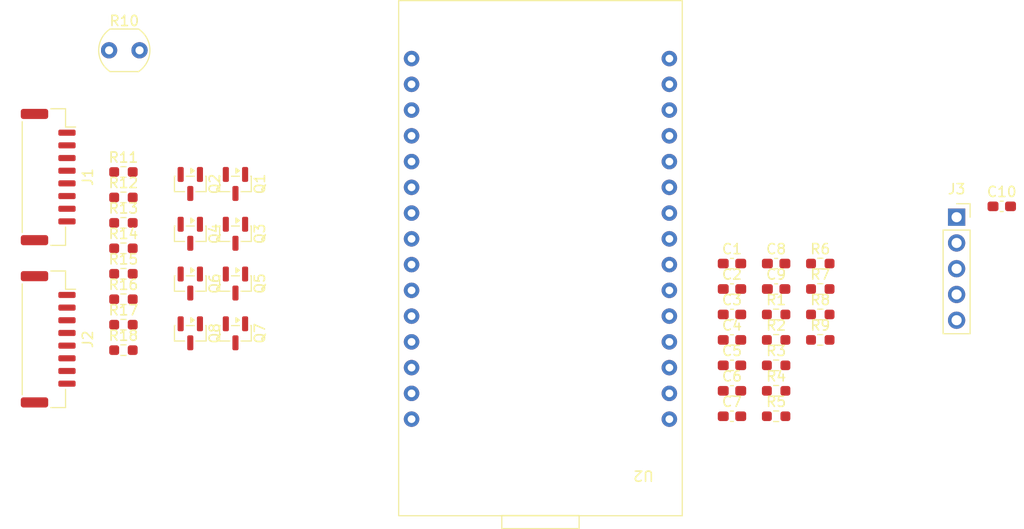
<source format=kicad_pcb>
(kicad_pcb (version 20241229) (generator "pcbnew") (generator_version "9.0")
  (layers (0 "F.Cu" signal) (2 "B.Cu" signal) (13 "F.Paste" user) (15 "B.Paste" user) (5 "F.SilkS" user "F.Silkscreen") (7 "B.SilkS" user "B.Silkscreen") (1 "F.Mask" user) (3 "B.Mask" user) (25 "Edge.Cuts" user))
  (net 0 "")
  (net 1 "Net-(Q1-B)")
  (net 2 "/EAR")
  (net 3 "GND")
  (net 4 "Net-(Q2-B)")
  (net 5 "/MER")
  (net 6 "/VEN")
  (net 7 "/MAR")
  (net 8 "Net-(Q3-B)")
  (net 9 "/URA")
  (net 10 "Net-(Q4-B)")
  (net 11 "/JUP")
  (net 12 "/NEP")
  (net 13 "Net-(Q5-B)")
  (net 14 "/SAT")
  (net 15 "Net-(Q6-B)")
  (net 16 "Net-(Q7-B)")
  (net 17 "Net-(Q8-B)")
  (net 18 "+5V")
  (net 19 "Net-(Q1-C)")
  (net 20 "Net-(Q2-C)")
  (net 21 "Net-(Q3-C)")
  (net 22 "Net-(Q4-C)")
  (net 23 "Net-(Q5-C)")
  (net 24 "Net-(Q6-C)")
  (net 25 "Net-(Q7-C)")
  (net 26 "Net-(Q8-C)")
  (net 27 "/ADC_IN_PHOTO")
  (net 29 "/OUT")
  (net 32 "/RX")
  (net 35 "/TX")
  (net 37 "/MER_B")
  (net 41 "/VEN_B")
  (net 43 "/EAR_B")
  (net 45 "/MAR_B")
  (net 49 "/JUP_B")
  (net 50 "/SAT_B")
  (net 51 "/URA_B")
  (net 52 "/NEP_B")
  (net 53 "+3.3V")
  (footprint "Resistor_SMD:R_0603_1608Metric_Pad0.98x0.95mm_HandSolder" (layer "F.Cu") (at 128.22 89.09)
    (property "Reference" "R5" (at 0 -1.43 0) (layer "F.SilkS"))
    (property "Value" "20K")
    (fp_line (start -0.254724 -0.5225) (end 0.254724 -0.5225) (stroke (width 0.12)) (layer "F.SilkS"))
    (fp_line (start -0.254724 0.5225) (end 0.254724 0.5225) (stroke (width 0.12)) (layer "F.SilkS"))
    (pad "1" smd roundrect (at -0.9125 0) (size 0.975 0.95) (layers "F.Cu" "F.Mask" "F.Paste") (net 49 "/JUP_B"))
    (pad "2" smd roundrect (at 0.9125 0) (size 0.975 0.95) (layers "F.Cu" "F.Mask" "F.Paste") (net 13 "Net-(Q5-B)"))
  )
  (footprint "Capacitor_SMD:C_0603_1608Metric_Pad1.08x0.95mm_HandSolder" (layer "F.Cu") (at 128.22 74.03)
    (property "Reference" "C8" (at 0 -1.43 0) (layer "F.SilkS"))
    (property "Value" "22uF")
    (fp_line (start -0.146267 -0.51) (end 0.146267 -0.51) (stroke (width 0.12)) (layer "F.SilkS"))
    (fp_line (start -0.146267 0.51) (end 0.146267 0.51) (stroke (width 0.12)) (layer "F.SilkS"))
    (pad "1" smd roundrect (at -0.8625 0) (size 1.075 0.95) (layers "F.Cu" "F.Mask" "F.Paste") (net 17 "Net-(Q8-B)"))
    (pad "2" smd roundrect (at 0.8625 0) (size 1.075 0.95) (layers "F.Cu" "F.Mask" "F.Paste") (net 3 "GND"))
  )
  (footprint "Resistor_SMD:R_0603_1608Metric_Pad0.98x0.95mm_HandSolder" (layer "F.Cu") (at 63.9125 77.55)
    (property "Reference" "R16" (at 0 -1.43 0) (layer "F.SilkS"))
    (property "Value" "100")
    (fp_line (start -0.254724 -0.5225) (end 0.254724 -0.5225) (stroke (width 0.12)) (layer "F.SilkS"))
    (fp_line (start -0.254724 0.5225) (end 0.254724 0.5225) (stroke (width 0.12)) (layer "F.SilkS"))
    (pad "1" smd roundrect (at -0.9125 0) (size 0.975 0.95) (layers "F.Cu" "F.Mask" "F.Paste") (net 24 "Net-(Q6-C)"))
    (pad "2" smd roundrect (at 0.9125 0) (size 0.975 0.95) (layers "F.Cu" "F.Mask" "F.Paste") (net 14 "/SAT"))
  )
  (footprint "Package_TO_SOT_SMD:SOT-23" (layer "F.Cu") (at 74.95 71.09 -90)
    (property "Reference" "Q3" (at 0 -2.4 90) (layer "F.SilkS"))
    (property "Value" "MMBT2222A")
    (fp_line (start -0.76 1.56) (end -0.76 1.51) (stroke (width 0.12)) (layer "F.SilkS"))
    (fp_line (start 0.76 1.56) (end -0.76 1.56) (stroke (width 0.12)) (layer "F.SilkS"))
    (fp_line (start 0.76 0.56) (end 0.76 1.56) (stroke (width 0.12)) (layer "F.SilkS"))
    (fp_line (start -0.76 0.39) (end -0.76 -0.39) (stroke (width 0.12)) (layer "F.SilkS"))
    (fp_line (start -0.76 -1.51) (end -0.76 -1.56) (stroke (width 0.12)) (layer "F.SilkS"))
    (fp_line (start -0.76 -1.56) (end 0.76 -1.56) (stroke (width 0.12)) (layer "F.SilkS"))
    (fp_line (start 0.76 -1.56) (end 0.76 -0.56) (stroke (width 0.12)) (layer "F.SilkS"))
    (fp_poly (pts (xy -1.3 -0.38) (xy -1.06 -0.05) (xy -1.54 -0.05)) (stroke (width 0.12)) (fill yes) (layer "F.SilkS"))
    (pad "1" smd roundrect (at -0.9375 -0.95 270) (size 1.475 0.6) (layers "F.Cu" "F.Mask" "F.Paste") (net 8 "Net-(Q3-B)"))
    (pad "2" smd roundrect (at -0.9375 0.95 270) (size 1.475 0.6) (layers "F.Cu" "F.Mask" "F.Paste") (net 3 "GND"))
    (pad "3" smd roundrect (at 0.9375 0 270) (size 1.475 0.6) (layers "F.Cu" "F.Mask" "F.Paste") (net 21 "Net-(Q3-C)"))
  )
  (footprint "Resistor_SMD:R_0603_1608Metric_Pad0.98x0.95mm_HandSolder" (layer "F.Cu") (at 128.22 86.58)
    (property "Reference" "R4" (at 0 -1.43 0) (layer "F.SilkS"))
    (property "Value" "20K")
    (fp_line (start -0.254724 -0.5225) (end 0.254724 -0.5225) (stroke (width 0.12)) (layer "F.SilkS"))
    (fp_line (start -0.254724 0.5225) (end 0.254724 0.5225) (stroke (width 0.12)) (layer "F.SilkS"))
    (pad "1" smd roundrect (at -0.9125 0) (size 0.975 0.95) (layers "F.Cu" "F.Mask" "F.Paste") (net 45 "/MAR_B"))
    (pad "2" smd roundrect (at 0.9125 0) (size 0.975 0.95) (layers "F.Cu" "F.Mask" "F.Paste") (net 10 "Net-(Q4-B)"))
  )
  (footprint "Package_TO_SOT_SMD:SOT-23" (layer "F.Cu") (at 70.5 71.09 -90)
    (property "Reference" "Q4" (at 0 -2.4 90) (layer "F.SilkS"))
    (property "Value" "MMBT2222A")
    (fp_line (start -0.76 1.56) (end -0.76 1.51) (stroke (width 0.12)) (layer "F.SilkS"))
    (fp_line (start 0.76 1.56) (end -0.76 1.56) (stroke (width 0.12)) (layer "F.SilkS"))
    (fp_line (start 0.76 0.56) (end 0.76 1.56) (stroke (width 0.12)) (layer "F.SilkS"))
    (fp_line (start -0.76 0.39) (end -0.76 -0.39) (stroke (width 0.12)) (layer "F.SilkS"))
    (fp_line (start -0.76 -1.51) (end -0.76 -1.56) (stroke (width 0.12)) (layer "F.SilkS"))
    (fp_line (start -0.76 -1.56) (end 0.76 -1.56) (stroke (width 0.12)) (layer "F.SilkS"))
    (fp_line (start 0.76 -1.56) (end 0.76 -0.56) (stroke (width 0.12)) (layer "F.SilkS"))
    (fp_poly (pts (xy -1.3 -0.38) (xy -1.06 -0.05) (xy -1.54 -0.05)) (stroke (width 0.12)) (fill yes) (layer "F.SilkS"))
    (pad "1" smd roundrect (at -0.9375 -0.95 270) (size 1.475 0.6) (layers "F.Cu" "F.Mask" "F.Paste") (net 10 "Net-(Q4-B)"))
    (pad "2" smd roundrect (at -0.9375 0.95 270) (size 1.475 0.6) (layers "F.Cu" "F.Mask" "F.Paste") (net 3 "GND"))
    (pad "3" smd roundrect (at 0.9375 0 270) (size 1.475 0.6) (layers "F.Cu" "F.Mask" "F.Paste") (net 22 "Net-(Q4-C)"))
  )
  (footprint "Resistor_SMD:R_0603_1608Metric_Pad0.98x0.95mm_HandSolder" (layer "F.Cu") (at 63.9125 75.04)
    (property "Reference" "R15" (at 0 -1.43 0) (layer "F.SilkS"))
    (property "Value" "100")
    (fp_line (start -0.254724 -0.5225) (end 0.254724 -0.5225) (stroke (width 0.12)) (layer "F.SilkS"))
    (fp_line (start -0.254724 0.5225) (end 0.254724 0.5225) (stroke (width 0.12)) (layer "F.SilkS"))
    (pad "1" smd roundrect (at -0.9125 0) (size 0.975 0.95) (layers "F.Cu" "F.Mask" "F.Paste") (net 23 "Net-(Q5-C)"))
    (pad "2" smd roundrect (at 0.9125 0) (size 0.975 0.95) (layers "F.Cu" "F.Mask" "F.Paste") (net 11 "/JUP"))
  )
  (footprint "Package_TO_SOT_SMD:SOT-23" (layer "F.Cu") (at 74.95 76 -90)
    (property "Reference" "Q5" (at 0 -2.4 90) (layer "F.SilkS"))
    (property "Value" "MMBT2222A")
    (fp_line (start -0.76 1.56) (end -0.76 1.51) (stroke (width 0.12)) (layer "F.SilkS"))
    (fp_line (start 0.76 1.56) (end -0.76 1.56) (stroke (width 0.12)) (layer "F.SilkS"))
    (fp_line (start 0.76 0.56) (end 0.76 1.56) (stroke (width 0.12)) (layer "F.SilkS"))
    (fp_line (start -0.76 0.39) (end -0.76 -0.39) (stroke (width 0.12)) (layer "F.SilkS"))
    (fp_line (start -0.76 -1.51) (end -0.76 -1.56) (stroke (width 0.12)) (layer "F.SilkS"))
    (fp_line (start -0.76 -1.56) (end 0.76 -1.56) (stroke (width 0.12)) (layer "F.SilkS"))
    (fp_line (start 0.76 -1.56) (end 0.76 -0.56) (stroke (width 0.12)) (layer "F.SilkS"))
    (fp_poly (pts (xy -1.3 -0.38) (xy -1.06 -0.05) (xy -1.54 -0.05)) (stroke (width 0.12)) (fill yes) (layer "F.SilkS"))
    (pad "1" smd roundrect (at -0.9375 -0.95 270) (size 1.475 0.6) (layers "F.Cu" "F.Mask" "F.Paste") (net 13 "Net-(Q5-B)"))
    (pad "2" smd roundrect (at -0.9375 0.95 270) (size 1.475 0.6) (layers "F.Cu" "F.Mask" "F.Paste") (net 3 "GND"))
    (pad "3" smd roundrect (at 0.9375 0 270) (size 1.475 0.6) (layers "F.Cu" "F.Mask" "F.Paste") (net 23 "Net-(Q5-C)"))
  )
  (footprint "Connector_PinSocket_2.54mm:PinSocket_1x05_P2.54mm_Vertical" (layer "F.Cu") (at 146 69.46)
    (property "Reference" "J3" (at 0 -2.77 0) (layer "F.SilkS"))
    (property "Value" "Conn_01x05")
    (fp_line (start -1.33 1.27) (end -1.33 11.49) (stroke (width 0.12)) (layer "F.SilkS"))
    (fp_line (start -1.33 1.27) (end 1.33 1.27) (stroke (width 0.12)) (layer "F.SilkS"))
    (fp_line (start -1.33 11.49) (end 1.33 11.49) (stroke (width 0.12)) (layer "F.SilkS"))
    (fp_line (start 0 -1.33) (end 1.33 -1.33) (stroke (width 0.12)) (layer "F.SilkS"))
    (fp_line (start 1.33 -1.33) (end 1.33 0) (stroke (width 0.12)) (layer "F.SilkS"))
    (fp_line (start 1.33 1.27) (end 1.33 11.49) (stroke (width 0.12)) (layer "F.SilkS"))
    (pad "1" thru_hole rect (at 0 0) (size 1.7 1.7) (drill 1) (layers "*.Cu" "*.Mask") (net 35 "/TX"))
    (pad "2" thru_hole circle (at 0 2.54) (size 1.7 1.7) (drill 1) (layers "*.Cu" "*.Mask") (net 32 "/RX"))
    (pad "3" thru_hole circle (at 0 5.08) (size 1.7 1.7) (drill 1) (layers "*.Cu" "*.Mask") (net 29 "/OUT"))
    (pad "4" thru_hole circle (at 0 7.62) (size 1.7 1.7) (drill 1) (layers "*.Cu" "*.Mask") (net 3 "GND"))
    (pad "5" thru_hole circle (at 0 10.16) (size 1.7 1.7) (drill 1) (layers "*.Cu" "*.Mask") (net 18 "+5V"))
  )
  (footprint "Resistor_SMD:R_0603_1608Metric_Pad0.98x0.95mm_HandSolder" (layer "F.Cu") (at 132.57 74.03)
    (property "Reference" "R6" (at 0 -1.43 0) (layer "F.SilkS"))
    (property "Value" "20K")
    (fp_line (start -0.254724 -0.5225) (end 0.254724 -0.5225) (stroke (width 0.12)) (layer "F.SilkS"))
    (fp_line (start -0.254724 0.5225) (end 0.254724 0.5225) (stroke (width 0.12)) (layer "F.SilkS"))
    (pad "1" smd roundrect (at -0.9125 0) (size 0.975 0.95) (layers "F.Cu" "F.Mask" "F.Paste") (net 50 "/SAT_B"))
    (pad "2" smd roundrect (at 0.9125 0) (size 0.975 0.95) (layers "F.Cu" "F.Mask" "F.Paste") (net 15 "Net-(Q6-B)"))
  )
  (footprint "Resistor_SMD:R_0603_1608Metric_Pad0.98x0.95mm_HandSolder" (layer "F.Cu") (at 128.22 84.07)
    (property "Reference" "R3" (at 0 -1.43 0) (layer "F.SilkS"))
    (property "Value" "20K")
    (fp_line (start -0.254724 -0.5225) (end 0.254724 -0.5225) (stroke (width 0.12)) (layer "F.SilkS"))
    (fp_line (start -0.254724 0.5225) (end 0.254724 0.5225) (stroke (width 0.12)) (layer "F.SilkS"))
    (pad "1" smd roundrect (at -0.9125 0) (size 0.975 0.95) (layers "F.Cu" "F.Mask" "F.Paste") (net 43 "/EAR_B"))
    (pad "2" smd roundrect (at 0.9125 0) (size 0.975 0.95) (layers "F.Cu" "F.Mask" "F.Paste") (net 8 "Net-(Q3-B)"))
  )
  (footprint "Resistor_SMD:R_0603_1608Metric_Pad0.98x0.95mm_HandSolder" (layer "F.Cu") (at 132.57 76.54)
    (property "Reference" "R7" (at 0 -1.43 0) (layer "F.SilkS"))
    (property "Value" "20K")
    (fp_line (start -0.254724 -0.5225) (end 0.254724 -0.5225) (stroke (width 0.12)) (layer "F.SilkS"))
    (fp_line (start -0.254724 0.5225) (end 0.254724 0.5225) (stroke (width 0.12)) (layer "F.SilkS"))
    (pad "1" smd roundrect (at -0.9125 0) (size 0.975 0.95) (layers "F.Cu" "F.Mask" "F.Paste") (net 51 "/URA_B"))
    (pad "2" smd roundrect (at 0.9125 0) (size 0.975 0.95) (layers "F.Cu" "F.Mask" "F.Paste") (net 16 "Net-(Q7-B)"))
  )
  (footprint "Resistor_SMD:R_0603_1608Metric_Pad0.98x0.95mm_HandSolder" (layer "F.Cu") (at 128.22 79.05)
    (property "Reference" "R1" (at 0 -1.43 0) (layer "F.SilkS"))
    (property "Value" "20K")
    (fp_line (start -0.254724 -0.5225) (end 0.254724 -0.5225) (stroke (width 0.12)) (layer "F.SilkS"))
    (fp_line (start -0.254724 0.5225) (end 0.254724 0.5225) (stroke (width 0.12)) (layer "F.SilkS"))
    (pad "1" smd roundrect (at -0.9125 0) (size 0.975 0.95) (layers "F.Cu" "F.Mask" "F.Paste") (net 37 "/MER_B"))
    (pad "2" smd roundrect (at 0.9125 0) (size 0.975 0.95) (layers "F.Cu" "F.Mask" "F.Paste") (net 1 "Net-(Q1-B)"))
  )
  (footprint "Capacitor_SMD:C_0603_1608Metric_Pad1.08x0.95mm_HandSolder" (layer "F.Cu") (at 123.87 74.03)
    (property "Reference" "C1" (at 0 -1.43 0) (layer "F.SilkS"))
    (property "Value" "22uF")
    (fp_line (start -0.146267 -0.51) (end 0.146267 -0.51) (stroke (width 0.12)) (layer "F.SilkS"))
    (fp_line (start -0.146267 0.51) (end 0.146267 0.51) (stroke (width 0.12)) (layer "F.SilkS"))
    (pad "1" smd roundrect (at -0.8625 0) (size 1.075 0.95) (layers "F.Cu" "F.Mask" "F.Paste") (net 1 "Net-(Q1-B)"))
    (pad "2" smd roundrect (at 0.8625 0) (size 1.075 0.95) (layers "F.Cu" "F.Mask" "F.Paste") (net 3 "GND"))
  )
  (footprint "Resistor_SMD:R_0603_1608Metric_Pad0.98x0.95mm_HandSolder" (layer "F.Cu") (at 63.9125 72.53)
    (property "Reference" "R14" (at 0 -1.43 0) (layer "F.SilkS"))
    (property "Value" "100")
    (fp_line (start -0.254724 -0.5225) (end 0.254724 -0.5225) (stroke (width 0.12)) (layer "F.SilkS"))
    (fp_line (start -0.254724 0.5225) (end 0.254724 0.5225) (stroke (width 0.12)) (layer "F.SilkS"))
    (pad "1" smd roundrect (at -0.9125 0) (size 0.975 0.95) (layers "F.Cu" "F.Mask" "F.Paste") (net 22 "Net-(Q4-C)"))
    (pad "2" smd roundrect (at 0.9125 0) (size 0.975 0.95) (layers "F.Cu" "F.Mask" "F.Paste") (net 7 "/MAR"))
  )
  (footprint "Connector_JST:JST_GH_SM08B-GHS-TB_1x08-1MP_P1.25mm_Horizontal" (layer "F.Cu") (at 56.5 65.5 -90)
    (property "Reference" "J1" (at 0 -3.9 90) (layer "F.SilkS"))
    (property "Value" "SM08B-GHS-TB")
    (fp_line (start -5.465 2.56) (end 5.465 2.56) (stroke (width 0.12)) (layer "F.SilkS"))
    (fp_line (start -6.735 -0.26) (end -6.735 -1.71) (stroke (width 0.12)) (layer "F.SilkS"))
    (fp_line (start 6.735 -0.26) (end 6.735 -1.71) (stroke (width 0.12)) (layer "F.SilkS"))
    (fp_line (start -6.735 -1.71) (end -4.935 -1.71) (stroke (width 0.12)) (layer "F.SilkS"))
    (fp_line (start -4.935 -1.71) (end -4.935 -2.7) (stroke (width 0.12)) (layer "F.SilkS"))
    (fp_line (start 6.735 -1.71) (end 4.935 -1.71) (stroke (width 0.12)) (layer "F.SilkS"))
    (pad "1" smd roundrect (at -4.375 -1.85 270) (size 0.6 1.7) (layers "F.Cu" "F.Mask" "F.Paste") (net 18 "+5V"))
    (pad "2" smd roundrect (at -3.125 -1.85 270) (size 0.6 1.7) (layers "F.Cu" "F.Mask" "F.Paste") (net 5 "/MER"))
    (pad "3" smd roundrect (at -1.875 -1.85 270) (size 0.6 1.7) (layers "F.Cu" "F.Mask" "F.Paste") (net 18 "+5V"))
    (pad "4" smd roundrect (at -0.625 -1.85 270) (size 0.6 1.7) (layers "F.Cu" "F.Mask" "F.Paste") (net 6 "/VEN"))
    (pad "5" smd roundrect (at 0.625 -1.85 270) (size 0.6 1.7) (layers "F.Cu" "F.Mask" "F.Paste") (net 18 "+5V"))
    (pad "6" smd roundrect (at 1.875 -1.85 270) (size 0.6 1.7) (layers "F.Cu" "F.Mask" "F.Paste") (net 2 "/EAR"))
    (pad "7" smd roundrect (at 3.125 -1.85 270) (size 0.6 1.7) (layers "F.Cu" "F.Mask" "F.Paste") (net 18 "+5V"))
    (pad "8" smd roundrect (at 4.375 -1.85 270) (size 0.6 1.7) (layers "F.Cu" "F.Mask" "F.Paste") (net 7 "/MAR"))
    (pad "MP" smd roundrect (at -6.225 1.35 270) (size 1 2.7) (layers "F.Cu" "F.Mask" "F.Paste"))
    (pad "MP" smd roundrect (at 6.225 1.35 270) (size 1 2.7) (layers "F.Cu" "F.Mask" "F.Paste"))
  )
  (footprint "Capacitor_SMD:C_0603_1608Metric_Pad1.08x0.95mm_HandSolder" (layer "F.Cu") (at 128.22 76.54)
    (property "Reference" "C9" (at 0 -1.43 0) (layer "F.SilkS"))
    (property "Value" "22uF")
    (fp_line (start -0.146267 -0.51) (end 0.146267 -0.51) (stroke (width 0.12)) (layer "F.SilkS"))
    (fp_line (start -0.146267 0.51) (end 0.146267 0.51) (stroke (width 0.12)) (layer "F.SilkS"))
    (pad "1" smd roundrect (at -0.8625 0) (size 1.075 0.95) (layers "F.Cu" "F.Mask" "F.Paste") (net 18 "+5V"))
    (pad "2" smd roundrect (at 0.8625 0) (size 1.075 0.95) (layers "F.Cu" "F.Mask" "F.Paste") (net 3 "GND"))
  )
  (footprint "Resistor_SMD:R_0603_1608Metric_Pad0.98x0.95mm_HandSolder" (layer "F.Cu") (at 63.9125 70.02)
    (property "Reference" "R13" (at 0 -1.43 0) (layer "F.SilkS"))
    (property "Value" "100")
    (fp_line (start -0.254724 -0.5225) (end 0.254724 -0.5225) (stroke (width 0.12)) (layer "F.SilkS"))
    (fp_line (start -0.254724 0.5225) (end 0.254724 0.5225) (stroke (width 0.12)) (layer "F.SilkS"))
    (pad "1" smd roundrect (at -0.9125 0) (size 0.975 0.95) (layers "F.Cu" "F.Mask" "F.Paste") (net 21 "Net-(Q3-C)"))
    (pad "2" smd roundrect (at 0.9125 0) (size 0.975 0.95) (layers "F.Cu" "F.Mask" "F.Paste") (net 2 "/EAR"))
  )
  (footprint "Resistor_SMD:R_0603_1608Metric_Pad0.98x0.95mm_HandSolder" (layer "F.Cu") (at 128.22 81.56)
    (property "Reference" "R2" (at 0 -1.43 0) (layer "F.SilkS"))
    (property "Value" "20K")
    (fp_line (start -0.254724 -0.5225) (end 0.254724 -0.5225) (stroke (width 0.12)) (layer "F.SilkS"))
    (fp_line (start -0.254724 0.5225) (end 0.254724 0.5225) (stroke (width 0.12)) (layer "F.SilkS"))
    (pad "1" smd roundrect (at -0.9125 0) (size 0.975 0.95) (layers "F.Cu" "F.Mask" "F.Paste") (net 41 "/VEN_B"))
    (pad "2" smd roundrect (at 0.9125 0) (size 0.975 0.95) (layers "F.Cu" "F.Mask" "F.Paste") (net 4 "Net-(Q2-B)"))
  )
  (footprint "Resistor_SMD:R_0603_1608Metric_Pad0.98x0.95mm_HandSolder" (layer "F.Cu") (at 63.9125 67.51)
    (property "Reference" "R12" (at 0 -1.43 0) (layer "F.SilkS"))
    (property "Value" "100")
    (fp_line (start -0.254724 -0.5225) (end 0.254724 -0.5225) (stroke (width 0.12)) (layer "F.SilkS"))
    (fp_line (start -0.254724 0.5225) (end 0.254724 0.5225) (stroke (width 0.12)) (layer "F.SilkS"))
    (pad "1" smd roundrect (at -0.9125 0) (size 0.975 0.95) (layers "F.Cu" "F.Mask" "F.Paste") (net 20 "Net-(Q2-C)"))
    (pad "2" smd roundrect (at 0.9125 0) (size 0.975 0.95) (layers "F.Cu" "F.Mask" "F.Paste") (net 6 "/VEN"))
  )
  (footprint "Connector_JST:JST_GH_SM08B-GHS-TB_1x08-1MP_P1.25mm_Horizontal" (layer "F.Cu") (at 56.5 81.5 -90)
    (property "Reference" "J2" (at 0 -3.9 90) (layer "F.SilkS"))
    (property "Value" "SM08B-GHS-TB")
    (fp_line (start -5.465 2.56) (end 5.465 2.56) (stroke (width 0.12)) (layer "F.SilkS"))
    (fp_line (start -6.735 -0.26) (end -6.735 -1.71) (stroke (width 0.12)) (layer "F.SilkS"))
    (fp_line (start 6.735 -0.26) (end 6.735 -1.71) (stroke (width 0.12)) (layer "F.SilkS"))
    (fp_line (start -6.735 -1.71) (end -4.935 -1.71) (stroke (width 0.12)) (layer "F.SilkS"))
    (fp_line (start -4.935 -1.71) (end -4.935 -2.7) (stroke (width 0.12)) (layer "F.SilkS"))
    (fp_line (start 6.735 -1.71) (end 4.935 -1.71) (stroke (width 0.12)) (layer "F.SilkS"))
    (pad "1" smd roundrect (at -4.375 -1.85 270) (size 0.6 1.7) (layers "F.Cu" "F.Mask" "F.Paste") (net 18 "+5V"))
    (pad "2" smd roundrect (at -3.125 -1.85 270) (size 0.6 1.7) (layers "F.Cu" "F.Mask" "F.Paste") (net 11 "/JUP"))
    (pad "3" smd roundrect (at -1.875 -1.85 270) (size 0.6 1.7) (layers "F.Cu" "F.Mask" "F.Paste") (net 18 "+5V"))
    (pad "4" smd roundrect (at -0.625 -1.85 270) (size 0.6 1.7) (layers "F.Cu" "F.Mask" "F.Paste") (net 14 "/SAT"))
    (pad "5" smd roundrect (at 0.625 -1.85 270) (size 0.6 1.7) (layers "F.Cu" "F.Mask" "F.Paste") (net 18 "+5V"))
    (pad "6" smd roundrect (at 1.875 -1.85 270) (size 0.6 1.7) (layers "F.Cu" "F.Mask" "F.Paste") (net 9 "/URA"))
    (pad "7" smd roundrect (at 3.125 -1.85 270) (size 0.6 1.7) (layers "F.Cu" "F.Mask" "F.Paste") (net 18 "+5V"))
    (pad "8" smd roundrect (at 4.375 -1.85 270) (size 0.6 1.7) (layers "F.Cu" "F.Mask" "F.Paste") (net 12 "/NEP"))
    (pad "MP" smd roundrect (at -6.225 1.35 270) (size 1 2.7) (layers "F.Cu" "F.Mask" "F.Paste"))
    (pad "MP" smd roundrect (at 6.225 1.35 270) (size 1 2.7) (layers "F.Cu" "F.Mask" "F.Paste"))
  )
  (footprint "Package_TO_SOT_SMD:SOT-23" (layer "F.Cu") (at 70.5 76 -90)
    (property "Reference" "Q6" (at 0 -2.4 90) (layer "F.SilkS"))
    (property "Value" "MMBT2222A")
    (fp_line (start -0.76 1.56) (end -0.76 1.51) (stroke (width 0.12)) (layer "F.SilkS"))
    (fp_line (start 0.76 1.56) (end -0.76 1.56) (stroke (width 0.12)) (layer "F.SilkS"))
    (fp_line (start 0.76 0.56) (end 0.76 1.56) (stroke (width 0.12)) (layer "F.SilkS"))
    (fp_line (start -0.76 0.39) (end -0.76 -0.39) (stroke (width 0.12)) (layer "F.SilkS"))
    (fp_line (start -0.76 -1.51) (end -0.76 -1.56) (stroke (width 0.12)) (layer "F.SilkS"))
    (fp_line (start -0.76 -1.56) (end 0.76 -1.56) (stroke (width 0.12)) (layer "F.SilkS"))
    (fp_line (start 0.76 -1.56) (end 0.76 -0.56) (stroke (width 0.12)) (layer "F.SilkS"))
    (fp_poly (pts (xy -1.3 -0.38) (xy -1.06 -0.05) (xy -1.54 -0.05)) (stroke (width 0.12)) (fill yes) (layer "F.SilkS"))
    (pad "1" smd roundrect (at -0.9375 -0.95 270) (size 1.475 0.6) (layers "F.Cu" "F.Mask" "F.Paste") (net 15 "Net-(Q6-B)"))
    (pad "2" smd roundrect (at -0.9375 0.95 270) (size 1.475 0.6) (layers "F.Cu" "F.Mask" "F.Paste") (net 3 "GND"))
    (pad "3" smd roundrect (at 0.9375 0 270) (size 1.475 0.6) (layers "F.Cu" "F.Mask" "F.Paste") (net 24 "Net-(Q6-C)"))
  )
  (footprint "Capacitor_SMD:C_0603_1608Metric_Pad1.08x0.95mm_HandSolder" (layer "F.Cu") (at 123.87 84.07)
    (property "Reference" "C5" (at 0 -1.43 0) (layer "F.SilkS"))
    (property "Value" "22uF")
    (fp_line (start -0.146267 -0.51) (end 0.146267 -0.51) (stroke (width 0.12)) (layer "F.SilkS"))
    (fp_line (start -0.146267 0.51) (end 0.146267 0.51) (stroke (width 0.12)) (layer "F.SilkS"))
    (pad "1" smd roundrect (at -0.8625 0) (size 1.075 0.95) (layers "F.Cu" "F.Mask" "F.Paste") (net 13 "Net-(Q5-B)"))
    (pad "2" smd roundrect (at 0.8625 0) (size 1.075 0.95) (layers "F.Cu" "F.Mask" "F.Paste") (net 3 "GND"))
  )
  (footprint "Capacitor_SMD:C_0603_1608Metric_Pad1.08x0.95mm_HandSolder" (layer "F.Cu") (at 123.87 81.56)
    (property "Reference" "C4" (at 0 -1.43 0) (layer "F.SilkS"))
    (property "Value" "22uF")
    (fp_line (start -0.146267 -0.51) (end 0.146267 -0.51) (stroke (width 0.12)) (layer "F.SilkS"))
    (fp_line (start -0.146267 0.51) (end 0.146267 0.51) (stroke (width 0.12)) (layer "F.SilkS"))
    (pad "1" smd roundrect (at -0.8625 0) (size 1.075 0.95) (layers "F.Cu" "F.Mask" "F.Paste") (net 10 "Net-(Q4-B)"))
    (pad "2" smd roundrect (at 0.8625 0) (size 1.075 0.95) (layers "F.Cu" "F.Mask" "F.Paste") (net 3 "GND"))
  )
  (footprint "Capacitor_SMD:C_0603_1608Metric_Pad1.08x0.95mm_HandSolder" (layer "F.Cu") (at 123.87 79.05)
    (property "Reference" "C3" (at 0 -1.43 0) (layer "F.SilkS"))
    (property "Value" "22uF")
    (fp_line (start -0.146267 -0.51) (end 0.146267 -0.51) (stroke (width 0.12)) (layer "F.SilkS"))
    (fp_line (start -0.146267 0.51) (end 0.146267 0.51) (stroke (width 0.12)) (layer "F.SilkS"))
    (pad "1" smd roundrect (at -0.8625 0) (size 1.075 0.95) (layers "F.Cu" "F.Mask" "F.Paste") (net 8 "Net-(Q3-B)"))
    (pad "2" smd roundrect (at 0.8625 0) (size 1.075 0.95) (layers "F.Cu" "F.Mask" "F.Paste") (net 3 "GND"))
  )
  (footprint "Resistor_SMD:R_0603_1608Metric_Pad0.98x0.95mm_HandSolder" (layer "F.Cu") (at 63.9125 65)
    (property "Reference" "R11" (at 0 -1.43 0) (layer "F.SilkS"))
    (property "Value" "100")
    (fp_line (start -0.254724 -0.5225) (end 0.254724 -0.5225) (stroke (width 0.12)) (layer "F.SilkS"))
    (fp_line (start -0.254724 0.5225) (end 0.254724 0.5225) (stroke (width 0.12)) (layer "F.SilkS"))
    (pad "1" smd roundrect (at -0.9125 0) (size 0.975 0.95) (layers "F.Cu" "F.Mask" "F.Paste") (net 19 "Net-(Q1-C)"))
    (pad "2" smd roundrect (at 0.9125 0) (size 0.975 0.95) (layers "F.Cu" "F.Mask" "F.Paste") (net 5 "/MER"))
  )
  (footprint "jannett_footprints:ESP32_MODULE" (layer "F.Cu") (at 105 73.5 180)
    (property "Reference" "U2" (at -10.16 -21.455 180) (layer "F.SilkS"))
    (property "Value" "ESP32 Module")
    (fp_rect (start -3.81 -26.67) (end 3.81 -25.3746) (stroke (width 0.12)) (fill no) (layer "F.SilkS"))
    (fp_rect (start -13.97 -25.4) (end 13.97 25.4) (stroke (width 0.12)) (fill no) (layer "F.SilkS"))
    (pad "1" thru_hole circle (at -12.7 -15.875 180) (size 1.524 1.524) (drill 0.762) (layers "*.Cu" "*.Mask") (net 53 "+3.3V"))
    (pad "2" thru_hole circle (at -12.7 -13.335 180) (size 1.524 1.524) (drill 0.762) (layers "*.Cu" "*.Mask") (net 3 "GND"))
    (pad "3" thru_hole circle (at -12.7 -10.795 180) (size 1.524 1.524) (drill 0.762) (layers "*.Cu" "*.Mask"))
    (pad "4" thru_hole circle (at -12.7 -8.255 180) (size 1.524 1.524) (drill 0.762) (layers "*.Cu" "*.Mask"))
    (pad "5" thru_hole circle (at -12.7 -5.715 180) (size 1.524 1.524) (drill 0.762) (layers "*.Cu" "*.Mask"))
    (pad "6" thru_hole circle (at -12.7 -3.175 180) (size 1.524 1.524) (drill 0.762) (layers "*.Cu" "*.Mask") (net 35 "/TX"))
    (pad "7" thru_hole circle (at -12.7 -0.635 180) (size 1.524 1.524) (drill 0.762) (layers "*.Cu" "*.Mask") (net 32 "/RX"))
    (pad "8" thru_hole circle (at -12.7 1.905 180) (size 1.524 1.524) (drill 0.762) (layers "*.Cu" "*.Mask") (net 29 "/OUT"))
    (pad "9" thru_hole circle (at -12.7 4.445 180) (size 1.524 1.524) (drill 0.762) (layers "*.Cu" "*.Mask"))
    (pad "10" thru_hole circle (at -12.7 6.985 180) (size 1.524 1.524) (drill 0.762) (layers "*.Cu" "*.Mask"))
    (pad "11" thru_hole circle (at -12.7 9.525 180) (size 1.524 1.524) (drill 0.762) (layers "*.Cu" "*.Mask"))
    (pad "12" thru_hole circle (at -12.7 12.065 180) (size 1.524 1.524) (drill 0.762) (layers "*.Cu" "*.Mask"))
    (pad "13" thru_hole circle (at -12.7 14.605 180) (size 1.524 1.524) (drill 0.762) (layers "*.Cu" "*.Mask"))
    (pad "14" thru_hole circle (at -12.7 17.145 180) (size 1.524 1.524) (drill 0.762) (layers "*.Cu" "*.Mask"))
    (pad "15" thru_hole circle (at -12.7 19.685 180) (size 1.524 1.524) (drill 0.762) (layers "*.Cu" "*.Mask"))
    (pad "16" thru_hole circle (at 12.7 19.685 180) (size 1.524 1.524) (drill 0.762) (layers "*.Cu" "*.Mask"))
    (pad "17" thru_hole circle (at 12.7 17.145 180) (size 1.524 1.524) (drill 0.762) (layers "*.Cu" "*.Mask"))
    (pad "18" thru_hole circle (at 12.7 14.605 180) (size 1.524 1.524) (drill 0.762) (layers "*.Cu" "*.Mask"))
    (pad "19" thru_hole circle (at 12.7 12.065 180) (size 1.524 1.524) (drill 0.762) (layers "*.Cu" "*.Mask") (net 27 "/ADC_IN_PHOTO"))
    (pad "20" thru_hole circle (at 12.7 9.525 180) (size 1.524 1.524) (drill 0.762) (layers "*.Cu" "*.Mask"))
    (pad "21" thru_hole circle (at 12.7 6.985 180) (size 1.524 1.524) (drill 0.762) (layers "*.Cu" "*.Mask") (net 37 "/MER_B"))
    (pad "22" thru_hole circle (at 12.7 4.445 180) (size 1.524 1.524) (drill 0.762) (layers "*.Cu" "*.Mask") (net 41 "/VEN_B"))
    (pad "23" thru_hole circle (at 12.7 1.905 180) (size 1.524 1.524) (drill 0.762) (layers "*.Cu" "*.Mask") (net 43 "/EAR_B"))
    (pad "24" thru_hole circle (at 12.7 -0.635 180) (size 1.524 1.524) (drill 0.762) (layers "*.Cu" "*.Mask") (net 45 "/MAR_B"))
    (pad "25" thru_hole circle (at 12.7 -3.175 180) (size 1.524 1.524) (drill 0.762) (layers "*.Cu" "*.Mask") (net 49 "/JUP_B"))
    (pad "26" thru_hole circle (at 12.7 -5.715 180) (size 1.524 1.524) (drill 0.762) (layers "*.Cu" "*.Mask") (net 50 "/SAT_B"))
    (pad "27" thru_hole circle (at 12.7 -8.255 180) (size 1.524 1.524) (drill 0.762) (layers "*.Cu" "*.Mask") (net 51 "/URA_B"))
    (pad "28" thru_hole circle (at 12.7 -10.795 180) (size 1.524 1.524) (drill 0.762) (layers "*.Cu" "*.Mask") (net 52 "/NEP_B"))
    (pad "29" thru_hole circle (at 12.7 -13.335 180) (size 1.524 1.524) (drill 0.762) (layers "*.Cu" "*.Mask") (net 3 "GND"))
    (pad "30" thru_hole circle (at 12.7 -15.875 180) (size 1.524 1.524) (drill 0.762) (layers "*.Cu" "*.Mask") (net 18 "+5V"))
  )
  (footprint "Capacitor_SMD:C_0603_1608Metric_Pad1.08x0.95mm_HandSolder" (layer "F.Cu") (at 123.87 89.09)
    (property "Reference" "C7" (at 0 -1.43 0) (layer "F.SilkS"))
    (property "Value" "22uF")
    (fp_line (start -0.146267 -0.51) (end 0.146267 -0.51) (stroke (width 0.12)) (layer "F.SilkS"))
    (fp_line (start -0.146267 0.51) (end 0.146267 0.51) (stroke (width 0.12)) (layer "F.SilkS"))
    (pad "1" smd roundrect (at -0.8625 0) (size 1.075 0.95) (layers "F.Cu" "F.Mask" "F.Paste") (net 16 "Net-(Q7-B)"))
    (pad "2" smd roundrect (at 0.8625 0) (size 1.075 0.95) (layers "F.Cu" "F.Mask" "F.Paste") (net 3 "GND"))
  )
  (footprint "Capacitor_SMD:C_0603_1608Metric_Pad1.08x0.95mm_HandSolder" (layer "F.Cu") (at 150.45 68.39)
    (property "Reference" "C10" (at 0 -1.43 0) (layer "F.SilkS"))
    (property "Value" "0.1uF")
    (fp_line (start -0.146267 -0.51) (end 0.146267 -0.51) (stroke (width 0.12)) (layer "F.SilkS"))
    (fp_line (start -0.146267 0.51) (end 0.146267 0.51) (stroke (width 0.12)) (layer "F.SilkS"))
    (pad "1" smd roundrect (at -0.8625 0) (size 1.075 0.95) (layers "F.Cu" "F.Mask" "F.Paste") (net 27 "/ADC_IN_PHOTO"))
    (pad "2" smd roundrect (at 0.8625 0) (size 1.075 0.95) (layers "F.Cu" "F.Mask" "F.Paste") (net 3 "GND"))
  )
  (footprint "Package_TO_SOT_SMD:SOT-23" (layer "F.Cu") (at 74.95 80.91 -90)
    (property "Reference" "Q7" (at 0 -2.4 90) (layer "F.SilkS"))
    (property "Value" "MMBT2222A")
    (fp_line (start -0.76 1.56) (end -0.76 1.51) (stroke (width 0.12)) (layer "F.SilkS"))
    (fp_line (start 0.76 1.56) (end -0.76 1.56) (stroke (width 0.12)) (layer "F.SilkS"))
    (fp_line (start 0.76 0.56) (end 0.76 1.56) (stroke (width 0.12)) (layer "F.SilkS"))
    (fp_line (start -0.76 0.39) (end -0.76 -0.39) (stroke (width 0.12)) (layer "F.SilkS"))
    (fp_line (start -0.76 -1.51) (end -0.76 -1.56) (stroke (width 0.12)) (layer "F.SilkS"))
    (fp_line (start -0.76 -1.56) (end 0.76 -1.56) (stroke (width 0.12)) (layer "F.SilkS"))
    (fp_line (start 0.76 -1.56) (end 0.76 -0.56) (stroke (width 0.12)) (layer "F.SilkS"))
    (fp_poly (pts (xy -1.3 -0.38) (xy -1.06 -0.05) (xy -1.54 -0.05)) (stroke (width 0.12)) (fill yes) (layer "F.SilkS"))
    (pad "1" smd roundrect (at -0.9375 -0.95 270) (size 1.475 0.6) (layers "F.Cu" "F.Mask" "F.Paste") (net 16 "Net-(Q7-B)"))
    (pad "2" smd roundrect (at -0.9375 0.95 270) (size 1.475 0.6) (layers "F.Cu" "F.Mask" "F.Paste") (net 3 "GND"))
    (pad "3" smd roundrect (at 0.9375 0 270) (size 1.475 0.6) (layers "F.Cu" "F.Mask" "F.Paste") (net 25 "Net-(Q7-C)"))
  )
  (footprint "Package_TO_SOT_SMD:SOT-23" (layer "F.Cu") (at 70.5 80.91 -90)
    (property "Reference" "Q8" (at 0 -2.4 90) (layer "F.SilkS"))
    (property "Value" "MMBT2222A")
    (fp_line (start -0.76 1.56) (end -0.76 1.51) (stroke (width 0.12)) (layer "F.SilkS"))
    (fp_line (start 0.76 1.56) (end -0.76 1.56) (stroke (width 0.12)) (layer "F.SilkS"))
    (fp_line (start 0.76 0.56) (end 0.76 1.56) (stroke (width 0.12)) (layer "F.SilkS"))
    (fp_line (start -0.76 0.39) (end -0.76 -0.39) (stroke (width 0.12)) (layer "F.SilkS"))
    (fp_line (start -0.76 -1.51) (end -0.76 -1.56) (stroke (width 0.12)) (layer "F.SilkS"))
    (fp_line (start -0.76 -1.56) (end 0.76 -1.56) (stroke (width 0.12)) (layer "F.SilkS"))
    (fp_line (start 0.76 -1.56) (end 0.76 -0.56) (stroke (width 0.12)) (layer "F.SilkS"))
    (fp_poly (pts (xy -1.3 -0.38) (xy -1.06 -0.05) (xy -1.54 -0.05)) (stroke (width 0.12)) (fill yes) (layer "F.SilkS"))
    (pad "1" smd roundrect (at -0.9375 -0.95 270) (size 1.475 0.6) (layers "F.Cu" "F.Mask" "F.Paste") (net 17 "Net-(Q8-B)"))
    (pad "2" smd roundrect (at -0.9375 0.95 270) (size 1.475 0.6) (layers "F.Cu" "F.Mask" "F.Paste") (net 3 "GND"))
    (pad "3" smd roundrect (at 0.9375 0 270) (size 1.475 0.6) (layers "F.Cu" "F.Mask" "F.Paste") (net 26 "Net-(Q8-C)"))
  )
  (footprint "OptoDevice:R_LDR_5.0x4.1mm_P3mm_Vertical" (layer "F.Cu") (at 62.5 53)
    (property "Reference" "R10" (at 1.5 -2.9 0) (layer "F.SilkS"))
    (property "Value" "R_Photo")
    (fp_line (start 0.1 -2.1) (end 2.9 -2.1) (stroke (width 0.12)) (layer "F.SilkS"))
    (fp_line (start 0.1 2.1) (end 2.9 2.1) (stroke (width 0.12)) (layer "F.SilkS"))
    (fp_arc (start 0.1 2.1) (mid -1.023872 -0.008372) (end 0.113963 -2.109242) (stroke (width 0.12)) (layer "F.SilkS"))
    (fp_arc (start 2.9 -2.1) (mid 4.023872 0.008372) (end 2.886037 2.109242) (stroke (width 0.12)) (layer "F.SilkS"))
    (pad "1" thru_hole circle (at 0 0) (size 1.6 1.6) (drill 0.8) (layers "*.Cu" "*.Mask") (net 27 "/ADC_IN_PHOTO"))
    (pad "2" thru_hole circle (at 3 0) (size 1.6 1.6) (drill 0.8) (layers "*.Cu" "*.Mask") (net 3 "GND"))
  )
  (footprint "Capacitor_SMD:C_0603_1608Metric_Pad1.08x0.95mm_HandSolder" (layer "F.Cu") (at 123.87 76.54)
    (property "Reference" "C2" (at 0 -1.43 0) (layer "F.SilkS"))
    (property "Value" "22uF")
    (fp_line (start -0.146267 -0.51) (end 0.146267 -0.51) (stroke (width 0.12)) (layer "F.SilkS"))
    (fp_line (start -0.146267 0.51) (end 0.146267 0.51) (stroke (width 0.12)) (layer "F.SilkS"))
    (pad "1" smd roundrect (at -0.8625 0) (size 1.075 0.95) (layers "F.Cu" "F.Mask" "F.Paste") (net 4 "Net-(Q2-B)"))
    (pad "2" smd roundrect (at 0.8625 0) (size 1.075 0.95) (layers "F.Cu" "F.Mask" "F.Paste") (net 3 "GND"))
  )
  (footprint "Resistor_SMD:R_0603_1608Metric_Pad0.98x0.95mm_HandSolder" (layer "F.Cu") (at 63.9125 80.06)
    (property "Reference" "R17" (at 0 -1.43 0) (layer "F.SilkS"))
    (property "Value" "100")
    (fp_line (start -0.254724 -0.5225) (end 0.254724 -0.5225) (stroke (width 0.12)) (layer "F.SilkS"))
    (fp_line (start -0.254724 0.5225) (end 0.254724 0.5225) (stroke (width 0.12)) (layer "F.SilkS"))
    (pad "1" smd roundrect (at -0.9125 0) (size 0.975 0.95) (layers "F.Cu" "F.Mask" "F.Paste") (net 25 "Net-(Q7-C)"))
    (pad "2" smd roundrect (at 0.9125 0) (size 0.975 0.95) (layers "F.Cu" "F.Mask" "F.Paste") (net 9 "/URA"))
  )
  (footprint "Resistor_SMD:R_0603_1608Metric_Pad0.98x0.95mm_HandSolder" (layer "F.Cu") (at 132.57 81.56)
    (property "Reference" "R9" (at 0 -1.43 0) (layer "F.SilkS"))
    (property "Value" "20K")
    (fp_line (start -0.254724 -0.5225) (end 0.254724 -0.5225) (stroke (width 0.12)) (layer "F.SilkS"))
    (fp_line (start -0.254724 0.5225) (end 0.254724 0.5225) (stroke (width 0.12)) (layer "F.SilkS"))
    (pad "1" smd roundrect (at -0.9125 0) (size 0.975 0.95) (layers "F.Cu" "F.Mask" "F.Paste") (net 27 "/ADC_IN_PHOTO"))
    (pad "2" smd roundrect (at 0.9125 0) (size 0.975 0.95) (layers "F.Cu" "F.Mask" "F.Paste") (net 53 "+3.3V"))
  )
  (footprint "Package_TO_SOT_SMD:SOT-23" (layer "F.Cu") (at 70.5 66.18 -90)
    (property "Reference" "Q2" (at 0 -2.4 90) (layer "F.SilkS"))
    (property "Value" "MMBT2222A")
    (fp_line (start -0.76 1.56) (end -0.76 1.51) (stroke (width 0.12)) (layer "F.SilkS"))
    (fp_line (start 0.76 1.56) (end -0.76 1.56) (stroke (width 0.12)) (layer "F.SilkS"))
    (fp_line (start 0.76 0.56) (end 0.76 1.56) (stroke (width 0.12)) (layer "F.SilkS"))
    (fp_line (start -0.76 0.39) (end -0.76 -0.39) (stroke (width 0.12)) (layer "F.SilkS"))
    (fp_line (start -0.76 -1.51) (end -0.76 -1.56) (stroke (width 0.12)) (layer "F.SilkS"))
    (fp_line (start -0.76 -1.56) (end 0.76 -1.56) (stroke (width 0.12)) (layer "F.SilkS"))
    (fp_line (start 0.76 -1.56) (end 0.76 -0.56) (stroke (width 0.12)) (layer "F.SilkS"))
    (fp_poly (pts (xy -1.3 -0.38) (xy -1.06 -0.05) (xy -1.54 -0.05)) (stroke (width 0.12)) (fill yes) (layer "F.SilkS"))
    (pad "1" smd roundrect (at -0.9375 -0.95 270) (size 1.475 0.6) (layers "F.Cu" "F.Mask" "F.Paste") (net 4 "Net-(Q2-B)"))
    (pad "2" smd roundrect (at -0.9375 0.95 270) (size 1.475 0.6) (layers "F.Cu" "F.Mask" "F.Paste") (net 3 "GND"))
    (pad "3" smd roundrect (at 0.9375 0 270) (size 1.475 0.6) (layers "F.Cu" "F.Mask" "F.Paste") (net 20 "Net-(Q2-C)"))
  )
  (footprint "Package_TO_SOT_SMD:SOT-23" (layer "F.Cu") (at 74.95 66.18 -90)
    (property "Reference" "Q1" (at 0 -2.4 90) (layer "F.SilkS"))
    (property "Value" "MMBT2222A")
    (fp_line (start -0.76 1.56) (end -0.76 1.51) (stroke (width 0.12)) (layer "F.SilkS"))
    (fp_line (start 0.76 1.56) (end -0.76 1.56) (stroke (width 0.12)) (layer "F.SilkS"))
    (fp_line (start 0.76 0.56) (end 0.76 1.56) (stroke (width 0.12)) (layer "F.SilkS"))
    (fp_line (start -0.76 0.39) (end -0.76 -0.39) (stroke (width 0.12)) (layer "F.SilkS"))
    (fp_line (start -0.76 -1.51) (end -0.76 -1.56) (stroke (width 0.12)) (layer "F.SilkS"))
    (fp_line (start -0.76 -1.56) (end 0.76 -1.56) (stroke (width 0.12)) (layer "F.SilkS"))
    (fp_line (start 0.76 -1.56) (end 0.76 -0.56) (stroke (width 0.12)) (layer "F.SilkS"))
    (fp_poly (pts (xy -1.3 -0.38) (xy -1.06 -0.05) (xy -1.54 -0.05)) (stroke (width 0.12)) (fill yes) (layer "F.SilkS"))
    (pad "1" smd roundrect (at -0.9375 -0.95 270) (size 1.475 0.6) (layers "F.Cu" "F.Mask" "F.Paste") (net 1 "Net-(Q1-B)"))
    (pad "2" smd roundrect (at -0.9375 0.95 270) (size 1.475 0.6) (layers "F.Cu" "F.Mask" "F.Paste") (net 3 "GND"))
    (pad "3" smd roundrect (at 0.9375 0 270) (size 1.475 0.6) (layers "F.Cu" "F.Mask" "F.Paste") (net 19 "Net-(Q1-C)"))
  )
  (footprint "Resistor_SMD:R_0603_1608Metric_Pad0.98x0.95mm_HandSolder" (layer "F.Cu") (at 63.9125 82.57)
    (property "Reference" "R18" (at 0 -1.43 0) (layer "F.SilkS"))
    (property "Value" "100")
    (fp_line (start -0.254724 -0.5225) (end 0.254724 -0.5225) (stroke (width 0.12)) (layer "F.SilkS"))
    (fp_line (start -0.254724 0.5225) (end 0.254724 0.5225) (stroke (width 0.12)) (layer "F.SilkS"))
    (pad "1" smd roundrect (at -0.9125 0) (size 0.975 0.95) (layers "F.Cu" "F.Mask" "F.Paste") (net 26 "Net-(Q8-C)"))
    (pad "2" smd roundrect (at 0.9125 0) (size 0.975 0.95) (layers "F.Cu" "F.Mask" "F.Paste") (net 12 "/NEP"))
  )
  (footprint "Resistor_SMD:R_0603_1608Metric_Pad0.98x0.95mm_HandSolder" (layer "F.Cu") (at 132.57 79.05)
    (property "Reference" "R8" (at 0 -1.43 0) (layer "F.SilkS"))
    (property "Value" "20K")
    (fp_line (start -0.254724 -0.5225) (end 0.254724 -0.5225) (stroke (width 0.12)) (layer "F.SilkS"))
    (fp_line (start -0.254724 0.5225) (end 0.254724 0.5225) (stroke (width 0.12)) (layer "F.SilkS"))
    (pad "1" smd roundrect (at -0.9125 0) (size 0.975 0.95) (layers "F.Cu" "F.Mask" "F.Paste") (net 52 "/NEP_B"))
    (pad "2" smd roundrect (at 0.9125 0) (size 0.975 0.95) (layers "F.Cu" "F.Mask" "F.Paste") (net 17 "Net-(Q8-B)"))
  )
  (footprint "Capacitor_SMD:C_0603_1608Metric_Pad1.08x0.95mm_HandSolder" (layer "F.Cu") (at 123.87 86.58)
    (property "Reference" "C6" (at 0 -1.43 0) (layer "F.SilkS"))
    (property "Value" "22uF")
    (fp_line (start -0.146267 -0.51) (end 0.146267 -0.51) (stroke (width 0.12)) (layer "F.SilkS"))
    (fp_line (start -0.146267 0.51) (end 0.146267 0.51) (stroke (width 0.12)) (layer "F.SilkS"))
    (pad "1" smd roundrect (at -0.8625 0) (size 1.075 0.95) (layers "F.Cu" "F.Mask" "F.Paste") (net 15 "Net-(Q6-B)"))
    (pad "2" smd roundrect (at 0.8625 0) (size 1.075 0.95) (layers "F.Cu" "F.Mask" "F.Paste") (net 3 "GND"))
  )
)
</source>
